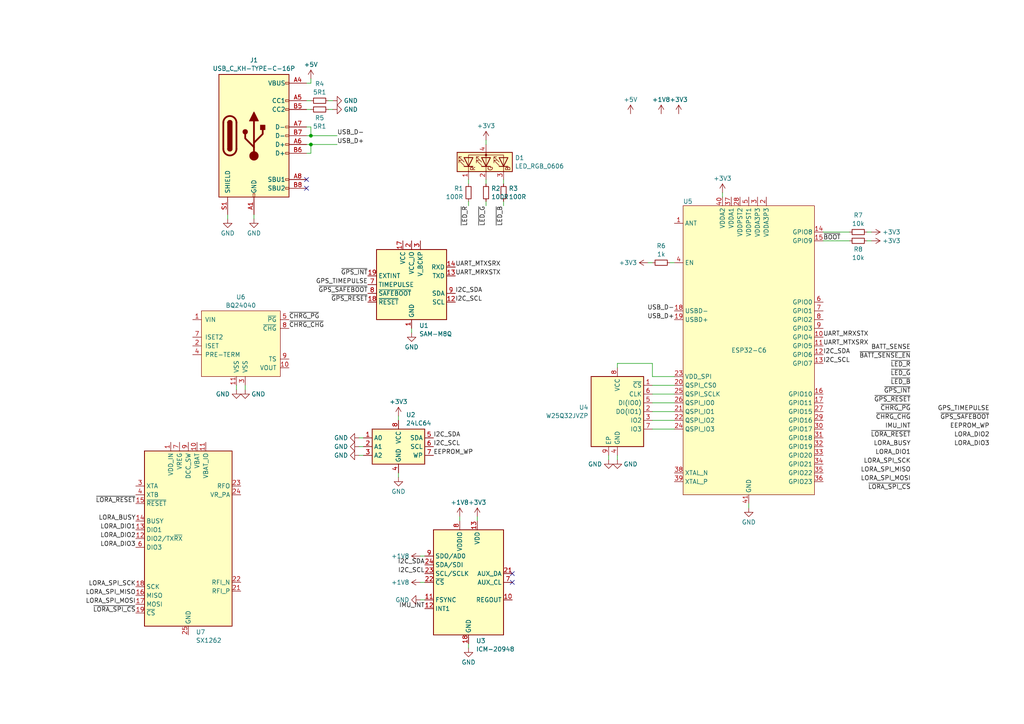
<source format=kicad_sch>
(kicad_sch (version 20230121) (generator eeschema)
  (paper "A4")
  (lib_symbols
    (symbol "Device:R_Small" (pin_numbers hide) (pin_names (offset 0.254) hide)
      (property "Reference" "R" (at 0.762 0.508 0))
      (property "Value" "R_Small" (at 0.762 -1.016 0))
      (symbol "R_Small_0_1"
        (rectangle (start -0.762 1.778) (end 0.762 -1.778) (stroke (width 0.2032)))
      )
      (symbol "R_Small_1_1"
        (pin passive line (at 0 2.54 270) (length 0.762) (name "~") (number "1"))
        (pin passive line (at 0 -2.54 90) (length 0.762) (name "~") (number "2"))
      )
    )
    (symbol "Memory_EEPROM:24LC64"
      (property "Reference" "U" (at -6.35 6.35 0))
      (property "Value" "24LC64" (at 1.27 6.35 0))
      (symbol "24LC64_1_1"
        (rectangle (start -7.62 5.08) (end 7.62 -5.08) (stroke (width 0.254)) (fill (type background)))
        (pin input line (at -10.16 2.54 0) (length 2.54) (name "A0") (number "1"))
        (pin input line (at -10.16 0 0) (length 2.54) (name "A1") (number "2"))
        (pin input line (at -10.16 -2.54 0) (length 2.54) (name "A2") (number "3"))
        (pin power_in line (at 0 -7.62 90) (length 2.54) (name "GND") (number "4"))
        (pin bidirectional line (at 10.16 2.54 180) (length 2.54) (name "SDA") (number "5"))
        (pin input line (at 10.16 0 180) (length 2.54) (name "SCL") (number "6"))
        (pin input line (at 10.16 -2.54 180) (length 2.54) (name "WP") (number "7"))
        (pin power_in line (at 0 7.62 270) (length 2.54) (name "VCC") (number "8"))
      )
    )
    (symbol "Memory_Flash:W25Q32JVZP"
      (property "Reference" "U" (at -6.35 11.43 0))
      (property "Value" "W25Q32JVZP" (at 7.62 11.43 0))
      (symbol "W25Q32JVZP_0_1"
        (rectangle (start -7.62 10.16) (end 7.62 -10.16) (stroke (width 0.254)) (fill (type background)))
      )
      (symbol "W25Q32JVZP_1_1"
        (pin input line (at -10.16 7.62 0) (length 2.54) (name "~{CS}") (number "1"))
        (pin bidirectional line (at -10.16 0 0) (length 2.54) (name "DO(IO1)") (number "2"))
        (pin bidirectional line (at -10.16 -2.54 0) (length 2.54) (name "IO2") (number "3"))
        (pin power_in line (at 0 -12.7 90) (length 2.54) (name "GND") (number "4"))
        (pin bidirectional line (at -10.16 2.54 0) (length 2.54) (name "DI(IO0)") (number "5"))
        (pin input line (at -10.16 5.08 0) (length 2.54) (name "CLK") (number "6"))
        (pin bidirectional line (at -10.16 -5.08 0) (length 2.54) (name "IO3") (number "7"))
        (pin power_in line (at 0 12.7 270) (length 2.54) (name "VCC") (number "8"))
        (pin passive line (at 2.54 -12.7 90) (length 2.54) (name "EP") (number "9"))
      )
    )
    (symbol "RF_GPS:SAM-M8Q"
      (property "Reference" "U" (at -8.89 11.43 0))
      (property "Value" "SAM-M8Q" (at 8.89 11.43 0))
      (symbol "SAM-M8Q_0_1"
        (rectangle (start -10.16 10.16) (end 10.16 -10.16) (stroke (width 0.254)) (fill (type background)))
      )
      (symbol "SAM-M8Q_1_1"
        (pin power_in line (at 0 -12.7 90) (length 2.54) (name "GND") (number "1"))
        (pin passive line (at 0 -12.7 90) (length 2.54) hide (name "GND") (number "10"))
        (pin passive line (at 0 -12.7 90) (length 2.54) hide (name "GND") (number "11"))
        (pin input line (at 12.7 -5.08 180) (length 2.54) (name "SCL") (number "12"))
        (pin output line (at 12.7 2.54 180) (length 2.54) (name "TXD") (number "13"))
        (pin input line (at 12.7 5.08 180) (length 2.54) (name "RXD") (number "14"))
        (pin passive line (at 0 -12.7 90) (length 2.54) hide (name "GND") (number "15"))
        (pin passive line (at 0 -12.7 90) (length 2.54) hide (name "GND") (number "16"))
        (pin power_in line (at -2.54 12.7 270) (length 2.54) (name "VCC") (number "17"))
        (pin input line (at -12.7 -5.08 0) (length 2.54) (name "~{RESET}") (number "18"))
        (pin input line (at -12.7 2.54 0) (length 2.54) (name "EXTINT") (number "19"))
        (pin power_in line (at 0 12.7 270) (length 2.54) (name "VCC_IO") (number "2"))
        (pin passive line (at 0 -12.7 90) (length 2.54) hide (name "GND") (number "20"))
        (pin power_in line (at 2.54 12.7 270) (length 2.54) (name "V_BCKP") (number "3"))
        (pin passive line (at 0 -12.7 90) (length 2.54) hide (name "GND") (number "4"))
        (pin passive line (at 0 -12.7 90) (length 2.54) hide (name "GND") (number "5"))
        (pin passive line (at 0 -12.7 90) (length 2.54) hide (name "GND") (number "6"))
        (pin output line (at -12.7 0 0) (length 2.54) (name "TIMEPULSE") (number "7"))
        (pin input line (at -12.7 -2.54 0) (length 2.54) (name "~{SAFEBOOT}") (number "8"))
        (pin bidirectional line (at 12.7 -2.54 180) (length 2.54) (name "SDA") (number "9"))
      )
    )
    (symbol "Sensor_Motion:ICM-20948"
      (property "Reference" "U" (at -11.43 16.51 0))
      (property "Value" "ICM-20948" (at 7.62 -16.51 0))
      (symbol "ICM-20948_0_1"
        (rectangle (start -10.16 15.24) (end 10.16 -15.24) (stroke (width 0.254)) (fill (type background)))
      )
      (symbol "ICM-20948_1_1"
        (pin no_connect line (at -10.16 12.7 0) (length 2.54) hide (name "NC") (number "1"))
        (pin passive line (at 12.7 -5.08 180) (length 2.54) (name "REGOUT") (number "10"))
        (pin input line (at -12.7 -5.08 0) (length 2.54) (name "FSYNC") (number "11"))
        (pin output line (at -12.7 -7.62 0) (length 2.54) (name "INT1") (number "12"))
        (pin power_in line (at 2.54 17.78 270) (length 2.54) (name "VDD") (number "13"))
        (pin no_connect line (at 10.16 7.62 180) (length 2.54) hide (name "NC") (number "14"))
        (pin no_connect line (at 10.16 5.08 180) (length 2.54) hide (name "NC") (number "15"))
        (pin no_connect line (at 10.16 -7.62 180) (length 2.54) hide (name "NC") (number "16"))
        (pin no_connect line (at 10.16 -10.16 180) (length 2.54) hide (name "NC") (number "17"))
        (pin power_in line (at 0 -17.78 90) (length 2.54) (name "GND") (number "18"))
        (pin no_connect line (at 10.16 -12.7 180) (length 2.54) hide (name "RESV") (number "19"))
        (pin no_connect line (at -10.16 10.16 0) (length 2.54) hide (name "NC") (number "2"))
        (pin passive line (at 0 -17.78 90) (length 2.54) hide (name "GND") (number "20"))
        (pin bidirectional line (at 12.7 2.54 180) (length 2.54) (name "AUX_DA") (number "21"))
        (pin input line (at -12.7 0 0) (length 2.54) (name "~{CS}") (number "22"))
        (pin input line (at -12.7 2.54 0) (length 2.54) (name "SCL/SCLK") (number "23"))
        (pin bidirectional line (at -12.7 5.08 0) (length 2.54) (name "SDA/SDI") (number "24"))
        (pin no_connect line (at -10.16 -2.54 0) (length 2.54) hide (name "NC") (number "3"))
        (pin no_connect line (at -10.16 -10.16 0) (length 2.54) hide (name "NC") (number "4"))
        (pin no_connect line (at -10.16 -12.7 0) (length 2.54) hide (name "NC") (number "5"))
        (pin no_connect line (at 10.16 10.16 180) (length 2.54) hide (name "NC") (number "6"))
        (pin output line (at 12.7 0 180) (length 2.54) (name "AUX_CL") (number "7"))
        (pin power_in line (at -2.54 17.78 270) (length 2.54) (name "VDDIO") (number "8"))
        (pin bidirectional line (at -12.7 7.62 0) (length 2.54) (name "SDO/AD0") (number "9"))
      )
    )
    (symbol "bicycle_tracker:BQ24040" (pin_names (offset 1.016))
      (property "Reference" "U" (at -10.16 10.16 0))
      (property "Value" "BQ24040" (at 0 0 0))
      (symbol "BQ24040_0_1"
        (rectangle (start -11.43 8.89) (end 11.43 -10.16) (fill (type background)))
      )
      (symbol "BQ24040_1_1"
        (pin input line (at -13.97 6.35 0) (length 2.54) (name "VIN") (number "1"))
        (pin output line (at 13.97 -7.62 180) (length 2.54) (name "VOUT") (number "10"))
        (pin power_in line (at -1.27 -12.7 90) (length 2.54) (name "VSS") (number "11"))
        (pin input line (at -13.97 -1.27 0) (length 2.54) (name "ISET") (number "2"))
        (pin power_in line (at 1.27 -12.7 90) (length 2.54) (name "VSS") (number "3"))
        (pin input line (at -13.97 -3.81 0) (length 2.54) (name "PRE-TERM") (number "4"))
        (pin open_collector line (at 13.97 6.35 180) (length 2.54) (name "~{PG}") (number "5"))
        (pin no_connect line (at 5.08 -12.7 90) (length 2.54) hide (name "NC") (number "6"))
        (pin input line (at -13.97 1.27 0) (length 2.54) (name "ISET2") (number "7"))
        (pin open_collector line (at 13.97 3.81 180) (length 2.54) (name "~{CHG}") (number "8"))
        (pin input line (at 13.97 -5.08 180) (length 2.54) (name "TS") (number "9"))
      )
    )
    (symbol "bicycle_tracker:ESP32-C6"
      (property "Reference" "U" (at -17.78 43.18 0))
      (property "Value" "ESP32-C6" (at 0 0 0))
      (symbol "ESP32-C6_0_0"
        (pin unspecified line (at -21.59 36.83 0) (length 2.54) (name "ANT") (number "1"))
        (pin bidirectional line (at 21.59 3.81 180) (length 2.54) (name "GPIO4") (number "10"))
        (pin bidirectional line (at 21.59 1.27 180) (length 2.54) (name "GPIO5") (number "11"))
        (pin bidirectional line (at 21.59 -1.27 180) (length 2.54) (name "GPIO6") (number "12"))
        (pin bidirectional line (at 21.59 -3.81 180) (length 2.54) (name "GPIO7") (number "13"))
        (pin bidirectional line (at 21.59 34.29 180) (length 2.54) (name "GPIO8") (number "14"))
        (pin bidirectional line (at 21.59 31.75 180) (length 2.54) (name "GPIO9") (number "15"))
        (pin bidirectional line (at 21.59 -12.7 180) (length 2.54) (name "GPIO10") (number "16"))
        (pin bidirectional line (at 21.59 -15.24 180) (length 2.54) (name "GPIO11") (number "17"))
        (pin bidirectional line (at -21.59 11.43 0) (length 2.54) (name "USBD-") (number "18"))
        (pin bidirectional line (at -21.59 8.89 0) (length 2.54) (name "USBD+") (number "19"))
        (pin power_in line (at 5.08 44.45 270) (length 2.54) (name "VDDA3P3") (number "2"))
        (pin power_out line (at -21.59 -7.62 0) (length 2.54) (name "VDD_SPI") (number "23"))
        (pin bidirectional line (at 21.59 -17.78 180) (length 2.54) (name "GPIO15") (number "27"))
        (pin power_in line (at -2.54 44.45 270) (length 2.54) (name "VDDPST2") (number "28"))
        (pin bidirectional line (at 21.59 -20.32 180) (length 2.54) (name "GPIO16") (number "29"))
        (pin power_in line (at 2.54 44.45 270) (length 2.54) (name "VDDA3P3") (number "3"))
        (pin bidirectional line (at 21.59 -22.86 180) (length 2.54) (name "GPIO17") (number "30"))
        (pin bidirectional line (at 21.59 -25.4 180) (length 2.54) (name "GPIO18") (number "31"))
        (pin bidirectional line (at 21.59 -27.94 180) (length 2.54) (name "GPIO19") (number "32"))
        (pin bidirectional line (at 21.59 -30.48 180) (length 2.54) (name "GPIO20") (number "33"))
        (pin bidirectional line (at 21.59 -33.02 180) (length 2.54) (name "GPIO21") (number "34"))
        (pin bidirectional line (at 21.59 -35.56 180) (length 2.54) (name "GPIO22") (number "35"))
        (pin bidirectional line (at 21.59 -38.1 180) (length 2.54) (name "GPIO23") (number "36"))
        (pin power_in line (at -5.08 44.45 270) (length 2.54) (name "VDDA1") (number "37"))
        (pin bidirectional line (at -21.59 -35.56 0) (length 2.54) (name "XTAL_N") (number "38"))
        (pin bidirectional line (at -21.59 -38.1 0) (length 2.54) (name "XTAL_P") (number "39"))
        (pin input line (at -21.59 25.4 0) (length 2.54) (name "EN") (number "4"))
        (pin power_in line (at -7.62 44.45 270) (length 2.54) (name "VDDA2") (number "40"))
        (pin power_in line (at 0 -44.45 90) (length 2.54) (name "GND") (number "41"))
        (pin power_in line (at 0 44.45 270) (length 2.54) (name "VDDPST1") (number "5"))
        (pin bidirectional line (at 21.59 13.97 180) (length 2.54) (name "GPIO0") (number "6"))
        (pin bidirectional line (at 21.59 11.43 180) (length 2.54) (name "GPIO1") (number "7"))
        (pin bidirectional line (at 21.59 8.89 180) (length 2.54) (name "GPIO2") (number "8"))
        (pin bidirectional line (at 21.59 6.35 180) (length 2.54) (name "GPIO3") (number "9"))
      )
      (symbol "ESP32-C6_1_0"
        (pin output line (at -21.59 -10.16 0) (length 2.54) (name "QSPI_CS0") (number "20"))
        (pin bidirectional line (at -21.59 -17.78 0) (length 2.54) (name "QSPI_IO1") (number "21"))
        (pin bidirectional line (at -21.59 -20.32 0) (length 2.54) (name "QSPI_IO2") (number "22"))
        (pin bidirectional line (at -21.59 -22.86 0) (length 2.54) (name "QSPI_IO3") (number "24"))
        (pin output line (at -21.59 -12.7 0) (length 2.54) (name "QSPI_SCLK") (number "25"))
        (pin bidirectional line (at -21.59 -15.24 0) (length 2.54) (name "QSPI_IO0") (number "26"))
      )
      (symbol "ESP32-C6_1_1"
        (rectangle (start -19.05 41.91) (end 19.05 -41.91) (fill (type background)))
      )
    )
    (symbol "bicycle_tracker:LED_RGB_0606" (pin_names (offset 0) hide)
      (property "Reference" "D" (at 0 9.398 0))
      (property "Value" "LED_RGB_0606" (at 0 -8.89 0))
      (symbol "LED_RGB_0606_0_0"
        (text "B" (at -1.905 -6.35 0) (effects (font (size 1.27 1.27))))
        (text "G" (at -1.905 -1.27 0) (effects (font (size 1.27 1.27))))
        (text "R" (at -1.905 3.81 0) (effects (font (size 1.27 1.27))))
      )
      (symbol "LED_RGB_0606_0_1"
        (polyline (pts (xy -1.27 -5.08) (xy -2.54 -5.08)))
        (polyline (pts (xy -1.27 -5.08) (xy 1.27 -5.08)))
        (polyline (pts (xy -1.27 -3.81) (xy -1.27 -6.35)) (stroke (width 0.254)))
        (polyline (pts (xy -1.27 0) (xy -2.54 0)))
        (polyline (pts (xy -1.27 1.27) (xy -1.27 -1.27)) (stroke (width 0.254)))
        (polyline (pts (xy -1.27 5.08) (xy -2.54 5.08)))
        (polyline (pts (xy -1.27 5.08) (xy 1.27 5.08)))
        (polyline (pts (xy -1.27 6.35) (xy -1.27 3.81)) (stroke (width 0.254)))
        (polyline (pts (xy 1.27 0) (xy -1.27 0)))
        (polyline (pts (xy 1.27 0) (xy 2.54 0)))
        (polyline (pts (xy -1.27 1.27) (xy -1.27 -1.27) (xy -1.27 -1.27)))
        (polyline (pts (xy -1.27 6.35) (xy -1.27 3.81) (xy -1.27 3.81)))
        (polyline (pts (xy 1.27 -5.08) (xy 2.032 -5.08) (xy 2.032 5.08) (xy 1.27 5.08)))
        (polyline (pts (xy 1.27 -3.81) (xy 1.27 -6.35) (xy -1.27 -5.08) (xy 1.27 -3.81)) (stroke (width 0.254)))
        (polyline (pts (xy 1.27 1.27) (xy 1.27 -1.27) (xy -1.27 0) (xy 1.27 1.27)) (stroke (width 0.254)))
        (polyline (pts (xy 1.27 6.35) (xy 1.27 3.81) (xy -1.27 5.08) (xy 1.27 6.35)) (stroke (width 0.254)))
        (polyline (pts (xy -1.016 -3.81) (xy 0.508 -2.286) (xy -0.254 -2.286) (xy 0.508 -2.286) (xy 0.508 -3.048)))
        (polyline (pts (xy -1.016 1.27) (xy 0.508 2.794) (xy -0.254 2.794) (xy 0.508 2.794) (xy 0.508 2.032)))
        (polyline (pts (xy -1.016 6.35) (xy 0.508 7.874) (xy -0.254 7.874) (xy 0.508 7.874) (xy 0.508 7.112)))
        (polyline (pts (xy 0 -3.81) (xy 1.524 -2.286) (xy 0.762 -2.286) (xy 1.524 -2.286) (xy 1.524 -3.048)))
        (polyline (pts (xy 0 1.27) (xy 1.524 2.794) (xy 0.762 2.794) (xy 1.524 2.794) (xy 1.524 2.032)))
        (polyline (pts (xy 0 6.35) (xy 1.524 7.874) (xy 0.762 7.874) (xy 1.524 7.874) (xy 1.524 7.112)))
        (rectangle (start 1.27 -1.27) (end 1.27 1.27))
        (rectangle (start 1.27 1.27) (end 1.27 1.27))
        (rectangle (start 1.27 3.81) (end 1.27 6.35))
        (rectangle (start 1.27 6.35) (end 1.27 6.35))
        (circle (center 2.032 0) (radius 0.254) (fill (type outline)))
        (rectangle (start 2.794 8.382) (end -2.794 -7.62) (stroke (width 0.254)) (fill (type background)))
      )
      (symbol "LED_RGB_0606_1_1"
        (pin passive line (at -5.08 5.08 0) (length 2.54) (name "RK") (number "1"))
        (pin passive line (at -5.08 0 0) (length 2.54) (name "GK") (number "2"))
        (pin passive line (at -5.08 -5.08 0) (length 2.54) (name "BK") (number "3"))
        (pin passive line (at 5.08 0 180) (length 2.54) (name "A") (number "4"))
      )
    )
    (symbol "bicycle_tracker:SX1262"
      (property "Reference" "U" (at -12.7 26.67 0))
      (property "Value" "SX1262" (at 0 0 0))
      (symbol "SX1262_0_0"
        (pin power_in line (at -5.08 27.94 270) (length 2.54) (name "VDD_IN") (number "1"))
        (pin power_in line (at 2.54 27.94 270) (length 2.54) (name "VBAT") (number "10"))
        (pin power_in line (at 5.08 27.94 270) (length 2.54) (name "VBAT_IO") (number "11"))
        (pin bidirectional line (at -15.24 0 0) (length 2.54) (name "DIO2/TX~{RX}") (number "12"))
        (pin bidirectional line (at -15.24 2.54 0) (length 2.54) (name "DIO1") (number "13"))
        (pin output line (at -15.24 5.08 0) (length 2.54) (name "BUSY") (number "14"))
        (pin input line (at -15.24 10.16 0) (length 2.54) (name "~{RESET}") (number "15"))
        (pin output line (at -15.24 -16.51 0) (length 2.54) (name "MISO") (number "16"))
        (pin input line (at -15.24 -19.05 0) (length 2.54) (name "MOSI") (number "17"))
        (pin input line (at -15.24 -13.97 0) (length 2.54) (name "SCK") (number "18"))
        (pin input line (at -15.24 -21.59 0) (length 2.54) (name "~{CS}") (number "19"))
        (pin power_in line (at 0 -27.94 90) (length 2.54) hide (name "GND") (number "2"))
        (pin power_in line (at 0 -27.94 90) (length 2.54) hide (name "GND") (number "20"))
        (pin input line (at 15.24 -15.24 180) (length 2.54) (name "RFI_P") (number "21"))
        (pin input line (at 15.24 -12.7 180) (length 2.54) (name "RFI_N") (number "22"))
        (pin output line (at 15.24 15.24 180) (length 2.54) (name "RFO") (number "23"))
        (pin power_out line (at 15.24 12.7 180) (length 2.54) (name "VR_PA") (number "24"))
        (pin power_in line (at 0 -27.94 90) (length 2.54) (name "GND") (number "25"))
        (pin input line (at -15.24 15.24 0) (length 2.54) (name "XTA") (number "3"))
        (pin output line (at -15.24 12.7 0) (length 2.54) (name "XTB") (number "4"))
        (pin power_in line (at 0 -27.94 90) (length 2.54) hide (name "GND") (number "5"))
        (pin bidirectional line (at -15.24 -2.54 0) (length 2.54) (name "DIO3") (number "6"))
        (pin power_out line (at -2.54 27.94 270) (length 2.54) (name "VREG") (number "7"))
        (pin power_in line (at 0 -27.94 90) (length 2.54) hide (name "GND") (number "8"))
        (pin power_out line (at 0 27.94 270) (length 2.54) (name "DCC_SW") (number "9"))
      )
      (symbol "SX1262_0_1"
        (rectangle (start -12.7 25.4) (end 12.7 -25.4) (stroke (width 0.254)) (fill (type background)))
      )
    )
    (symbol "plentify_symbols:USB_C_KH-TYPE-C-16P" (pin_names (offset 1.016))
      (property "Reference" "J" (at -10.16 19.05 0))
      (property "Value" "USB_C_KH-TYPE-C-16P" (at 19.05 19.05 0))
      (symbol "USB_C_KH-TYPE-C-16P_0_0"
        (rectangle (start -0.254 -17.78) (end 0.254 -16.764))
        (rectangle (start 10.16 -14.986) (end 9.144 -15.494))
        (rectangle (start 10.16 -12.446) (end 9.144 -12.954))
        (rectangle (start 10.16 -4.826) (end 9.144 -5.334))
        (rectangle (start 10.16 -2.286) (end 9.144 -2.794))
        (rectangle (start 10.16 0.254) (end 9.144 -0.254))
        (rectangle (start 10.16 2.794) (end 9.144 2.286))
        (rectangle (start 10.16 7.874) (end 9.144 7.366))
        (rectangle (start 10.16 10.414) (end 9.144 9.906))
        (rectangle (start 10.16 15.494) (end 9.144 14.986))
      )
      (symbol "USB_C_KH-TYPE-C-16P_0_1"
        (rectangle (start -10.16 17.78) (end 10.16 -17.78) (stroke (width 0.254)) (fill (type background)))
        (arc (start -8.89 -3.81) (mid -6.985 -5.7067) (end -5.08 -3.81) (stroke (width 0.508)))
        (arc (start -7.62 -3.81) (mid -6.985 -4.4423) (end -6.35 -3.81) (stroke (width 0.254)))
        (arc (start -7.62 -3.81) (mid -6.985 -4.4423) (end -6.35 -3.81) (stroke (width 0.254)) (fill (type outline)))
        (rectangle (start -7.62 -3.81) (end -6.35 3.81) (stroke (width 0.254)) (fill (type outline)))
        (arc (start -6.35 3.81) (mid -6.985 4.4423) (end -7.62 3.81) (stroke (width 0.254)))
        (arc (start -6.35 3.81) (mid -6.985 4.4423) (end -7.62 3.81) (stroke (width 0.254)) (fill (type outline)))
        (arc (start -5.08 3.81) (mid -6.985 5.7067) (end -8.89 3.81) (stroke (width 0.508)))
        (circle (center -2.54 1.143) (radius 0.635) (stroke (width 0.254)) (fill (type outline)))
        (circle (center 0 -5.842) (radius 1.27) (fill (type outline)))
        (polyline (pts (xy -8.89 -3.81) (xy -8.89 3.81)) (stroke (width 0.508)))
        (polyline (pts (xy -5.08 3.81) (xy -5.08 -3.81)) (stroke (width 0.508)))
        (polyline (pts (xy 0 -5.842) (xy 0 4.318)) (stroke (width 0.508)))
        (polyline (pts (xy 0 -3.302) (xy -2.54 -0.762) (xy -2.54 0.508)) (stroke (width 0.508)))
        (polyline (pts (xy 0 -2.032) (xy 2.54 0.508) (xy 2.54 1.778)) (stroke (width 0.508)))
        (polyline (pts (xy -1.27 4.318) (xy 0 6.858) (xy 1.27 4.318) (xy -1.27 4.318)) (stroke (width 0.254)) (fill (type outline)))
        (rectangle (start 1.905 1.778) (end 3.175 3.048) (stroke (width 0.254)) (fill (type outline)))
      )
      (symbol "USB_C_KH-TYPE-C-16P_1_1"
        (pin passive line (at 0 -22.86 90) (length 5.08) (name "GND") (number "A1"))
        (pin passive line (at 0 -22.86 90) (length 5.08) hide (name "GND") (number "A12"))
        (pin passive line (at 15.24 15.24 180) (length 5.08) (name "VBUS") (number "A4"))
        (pin bidirectional line (at 15.24 10.16 180) (length 5.08) (name "CC1") (number "A5"))
        (pin bidirectional line (at 15.24 -2.54 180) (length 5.08) (name "D+") (number "A6"))
        (pin bidirectional line (at 15.24 2.54 180) (length 5.08) (name "D-") (number "A7"))
        (pin bidirectional line (at 15.24 -12.7 180) (length 5.08) (name "SBU1") (number "A8"))
        (pin passive line (at 15.24 15.24 180) (length 5.08) hide (name "VBUS") (number "A9"))
        (pin passive line (at 0 -22.86 90) (length 5.08) hide (name "GND") (number "B1"))
        (pin passive line (at 0 -22.86 90) (length 5.08) hide (name "GND") (number "B12"))
        (pin passive line (at 15.24 15.24 180) (length 5.08) hide (name "VBUS") (number "B4"))
        (pin bidirectional line (at 15.24 7.62 180) (length 5.08) (name "CC2") (number "B5"))
        (pin bidirectional line (at 15.24 -5.08 180) (length 5.08) (name "D+") (number "B6"))
        (pin bidirectional line (at 15.24 0 180) (length 5.08) (name "D-") (number "B7"))
        (pin bidirectional line (at 15.24 -15.24 180) (length 5.08) (name "SBU2") (number "B8"))
        (pin passive line (at 15.24 15.24 180) (length 5.08) hide (name "VBUS") (number "B9"))
        (pin passive line (at -7.62 -22.86 90) (length 5.08) (name "SHIELD") (number "S1"))
      )
    )
    (symbol "power:+1V8" (power) (pin_names (offset 0))
      (property "Value" "+1V8" (at 0 3.556 0))
      (symbol "+1V8_0_1"
        (polyline (pts (xy -0.762 1.27) (xy 0 2.54)))
        (polyline (pts (xy 0 0) (xy 0 2.54)))
        (polyline (pts (xy 0 2.54) (xy 0.762 1.27)))
      )
      (symbol "+1V8_1_1"
        (pin power_in line (at 0 0 90) (length 0) hide (name "+1V8") (number "1"))
      )
    )
    (symbol "power:+3V3" (power) (pin_names (offset 0))
      (property "Value" "+3V3" (at 0 3.556 0))
      (symbol "+3V3_0_1"
        (polyline (pts (xy -0.762 1.27) (xy 0 2.54)))
        (polyline (pts (xy 0 0) (xy 0 2.54)))
        (polyline (pts (xy 0 2.54) (xy 0.762 1.27)))
      )
      (symbol "+3V3_1_1"
        (pin power_in line (at 0 0 90) (length 0) hide (name "+3V3") (number "1"))
      )
    )
    (symbol "power:+5V" (power) (pin_names (offset 0))
      (property "Value" "+5V" (at 0 3.556 0))
      (symbol "+5V_0_1"
        (polyline (pts (xy -0.762 1.27) (xy 0 2.54)))
        (polyline (pts (xy 0 0) (xy 0 2.54)))
        (polyline (pts (xy 0 2.54) (xy 0.762 1.27)))
      )
      (symbol "+5V_1_1"
        (pin power_in line (at 0 0 90) (length 0) hide (name "+5V") (number "1"))
      )
    )
    (symbol "power:GND" (power) (pin_names (offset 0))
      (property "Value" "GND" (at 0 -3.81 0))
      (symbol "GND_0_1"
        (polyline (pts (xy 0 0) (xy 0 -1.27) (xy 1.27 -1.27) (xy 0 -2.54) (xy -1.27 -1.27) (xy 0 -1.27)))
      )
      (symbol "GND_1_1"
        (pin power_in line (at 0 0 270) (length 0) hide (name "GND") (number "1"))
      )
    )
  )
  (junction (at 90.17 41.91))
  (junction (at 90.17 39.37))
  (no_connect (at 88.9 54.61))
  (no_connect (at 88.9 52.07))
  (no_connect (at 148.59 168.91))
  (no_connect (at 148.59 166.37))
  (wire (pts (xy 104.14 129.54) (xy 105.41 129.54)))
  (wire (pts (xy 146.05 58.42) (xy 146.05 59.69)))
  (wire (pts (xy 135.89 52.07) (xy 135.89 53.34)))
  (wire (pts (xy 90.17 41.91) (xy 97.79 41.91)))
  (wire (pts (xy 179.07 105.41) (xy 179.07 106.68)))
  (wire (pts (xy 179.07 105.41) (xy 189.23 105.41)))
  (wire (pts (xy 115.57 120.65) (xy 115.57 121.92)))
  (wire (pts (xy 189.23 114.3) (xy 195.58 114.3)))
  (wire (pts (xy 104.14 127) (xy 105.41 127)))
  (wire (pts (xy 140.97 52.07) (xy 140.97 53.34)))
  (wire (pts (xy 140.97 58.42) (xy 140.97 59.69)))
  (wire (pts (xy 90.17 41.91) (xy 90.17 44.45)))
  (wire (pts (xy 217.17 146.05) (xy 217.17 147.32)))
  (wire (pts (xy 140.97 40.64) (xy 140.97 41.91)))
  (wire (pts (xy 66.04 62.23) (xy 66.04 63.5)))
  (wire (pts (xy 90.17 39.37) (xy 97.79 39.37)))
  (wire (pts (xy 121.92 168.91) (xy 123.19 168.91)))
  (wire (pts (xy 251.46 67.31) (xy 252.73 67.31)))
  (wire (pts (xy 189.23 119.38) (xy 195.58 119.38)))
  (wire (pts (xy 187.96 76.2) (xy 189.23 76.2)))
  (wire (pts (xy 194.31 76.2) (xy 195.58 76.2)))
  (wire (pts (xy 179.07 132.08) (xy 179.07 133.35)))
  (wire (pts (xy 189.23 116.84) (xy 195.58 116.84)))
  (wire (pts (xy 238.76 69.85) (xy 246.38 69.85)))
  (wire (pts (xy 104.14 132.08) (xy 105.41 132.08)))
  (wire (pts (xy 238.76 67.31) (xy 246.38 67.31)))
  (wire (pts (xy 189.23 105.41) (xy 189.23 109.22)))
  (wire (pts (xy 121.92 161.29) (xy 123.19 161.29)))
  (wire (pts (xy 88.9 39.37) (xy 90.17 39.37)))
  (wire (pts (xy 88.9 24.13) (xy 90.17 24.13)))
  (wire (pts (xy 251.46 69.85) (xy 252.73 69.85)))
  (wire (pts (xy 88.9 29.21) (xy 90.17 29.21)))
  (wire (pts (xy 68.58 111.76) (xy 68.58 113.03)))
  (wire (pts (xy 115.57 137.16) (xy 115.57 138.43)))
  (wire (pts (xy 73.66 62.23) (xy 73.66 63.5)))
  (wire (pts (xy 88.9 36.83) (xy 90.17 36.83)))
  (wire (pts (xy 189.23 111.76) (xy 195.58 111.76)))
  (wire (pts (xy 88.9 44.45) (xy 90.17 44.45)))
  (wire (pts (xy 135.89 58.42) (xy 135.89 59.69)))
  (wire (pts (xy 189.23 109.22) (xy 195.58 109.22)))
  (wire (pts (xy 123.19 173.99) (xy 121.92 173.99)))
  (wire (pts (xy 90.17 22.86) (xy 90.17 24.13)))
  (wire (pts (xy 119.38 95.25) (xy 119.38 96.52)))
  (wire (pts (xy 88.9 41.91) (xy 90.17 41.91)))
  (wire (pts (xy 176.53 132.08) (xy 176.53 133.35)))
  (wire (pts (xy 95.25 29.21) (xy 96.52 29.21)))
  (wire (pts (xy 209.55 55.88) (xy 209.55 57.15)))
  (wire (pts (xy 138.43 149.86) (xy 138.43 151.13)))
  (wire (pts (xy 133.35 149.86) (xy 133.35 151.13)))
  (wire (pts (xy 135.89 186.69) (xy 135.89 187.96)))
  (wire (pts (xy 88.9 31.75) (xy 90.17 31.75)))
  (wire (pts (xy 95.25 31.75) (xy 96.52 31.75)))
  (wire (pts (xy 189.23 121.92) (xy 195.58 121.92)))
  (wire (pts (xy 189.23 124.46) (xy 195.58 124.46)))
  (wire (pts (xy 71.12 111.76) (xy 71.12 113.03)))
  (wire (pts (xy 90.17 36.83) (xy 90.17 39.37)))
  (wire (pts (xy 146.05 52.07) (xy 146.05 53.34)))
  (label "~{LED_R}" (at 264.16 106.68 180))
  (label "LORA_DIO1" (at 39.37 153.67 180))
  (label "LORA_SPI_SCK" (at 264.16 134.62 180))
  (label "~{LED_B}" (at 146.05 59.69 270))
  (label "~{LED_G}" (at 264.16 109.22 180))
  (label "UART_MTXSRX" (at 132.08 77.47 0))
  (label "~{CHRG_CHG}" (at 83.82 95.25 0))
  (label "I2C_SCL" (at 125.73 129.54 0))
  (label "~{LED_G}" (at 140.97 59.69 270))
  (label "~{CHRG_CHG}" (at 264.16 121.92 180))
  (label "~{GPS_SAFEBOOT}" (at 106.68 85.09 180))
  (label "USB_D-" (at 97.79 39.37 0))
  (label "~{LORA_RESET}" (at 264.16 127 180))
  (label "LORA_DIO2" (at 287.02 127 180))
  (label "UART_MTXSRX" (at 238.76 100.33 0))
  (label "LORA_DIO3" (at 39.37 158.75 180))
  (label "BATT_SENSE" (at 264.16 101.6 180))
  (label "LORA_DIO1" (at 264.16 132.08 180))
  (label "GPS_TIMEPULSE" (at 106.68 82.55 180))
  (label "I2C_SDA" (at 125.73 127 0))
  (label "IMU_INT" (at 123.19 176.53 180))
  (label "~{GPS_INT}" (at 264.16 114.3 180))
  (label "LORA_BUSY" (at 39.37 151.13 180))
  (label "I2C_SDA" (at 123.19 163.83 180))
  (label "LORA_DIO3" (at 287.02 129.54 180))
  (label "~{GPS_RESET}" (at 264.16 116.84 180))
  (label "~{LORA_SPI_CS}" (at 264.16 142.24 180))
  (label "I2C_SCL" (at 123.19 166.37 180))
  (label "LORA_SPI_MOSI" (at 264.16 139.7 180))
  (label "~{LORA_RESET}" (at 39.37 146.05 180))
  (label "LORA_SPI_MISO" (at 264.16 137.16 180))
  (label "GPS_TIMEPULSE" (at 287.02 119.38 180))
  (label "UART_MRXSTX" (at 132.08 80.01 0))
  (label "~{GPS_RESET}" (at 106.68 87.63 180))
  (label "USB_D+" (at 97.79 41.91 0))
  (label "EEPROM_WP" (at 125.73 132.08 0))
  (label "~{BATT_SENSE_EN}" (at 264.16 104.14 180))
  (label "USB_D+" (at 195.58 92.71 180))
  (label "IMU_INT" (at 264.16 124.46 180))
  (label "UART_MRXSTX" (at 238.76 97.79 0))
  (label "I2C_SDA" (at 132.08 85.09 0))
  (label "~{CHRG_PG}" (at 264.16 119.38 180))
  (label "~{GPS_INT}" (at 106.68 80.01 180))
  (label "USB_D-" (at 195.58 90.17 180))
  (label "LORA_SPI_MISO" (at 39.37 172.72 180))
  (label "LORA_DIO2" (at 39.37 156.21 180))
  (label "I2C_SCL" (at 132.08 87.63 0))
  (label "I2C_SCL" (at 238.76 105.41 0))
  (label "~{CHRG_PG}" (at 83.82 92.71 0))
  (label "LORA_SPI_MOSI" (at 39.37 175.26 180))
  (label "LORA_SPI_SCK" (at 39.37 170.18 180))
  (label "~{GPS_SAFEBOOT}" (at 287.02 121.92 180))
  (label "~{LED_B}" (at 264.16 111.76 180))
  (label "LORA_BUSY" (at 264.16 129.54 180))
  (label "~{BOOT}" (at 238.76 69.85 0))
  (label "~{LED_R}" (at 135.89 59.69 270))
  (label "EEPROM_WP" (at 287.02 124.46 180))
  (label "~{LORA_SPI_CS}" (at 39.37 177.8 180))
  (label "I2C_SDA" (at 238.76 102.87 0))
  (symbol (lib_id "Device:R_Small") (at 146.05 55.88 0) (unit 1)
    (property "Reference" "R3" (at 147.5486 54.6679 0) (effects (justify left)))
    (property "Value" "100R" (at 147.5486 57.0921 0) (effects (justify left)))
  )
  (symbol (lib_id "power:GND") (at 68.58 113.03 0) (unit 1)
    (property "Reference" "#PWR07" (effects hide))
    (property "Value" "GND" (at 66.6751 114.3 0) (effects (justify right)))
  )
  (symbol (lib_id "power:GND") (at 119.38 96.52 0) (unit 1)
    (property "Reference" "#PWR05" (effects hide))
    (property "Value" "GND" (at 119.38 100.6531 0))
  )
  (symbol (lib_id "power:+3V3") (at 138.43 149.86 0) (unit 1)
    (property "Reference" "#PWR015" (effects hide))
    (property "Value" "+3V3" (at 138.43 145.7269 0))
  )
  (symbol (lib_id "bicycle_tracker:LED_RGB_0606") (at 140.97 46.99 90) (unit 1)
    (property "Reference" "D1" (at 149.352 45.7779 90) (effects (justify right)))
    (property "Value" "LED_RGB_0606" (at 149.352 48.2021 90) (effects (justify right)))
    (property "Footprint" "bicycle_tracker:LED_0606" (effects hide))
    (property "Datasheet" "https://everlightamericas.com/index.php?controller=attachment&id_attachment=2426" (effects hide))
    (property "MPN" "EAST1616RGBB2" (effects hide))
  )
  (symbol (lib_id "power:+1V8") (at 191.77 33.02 0) (unit 1)
    (property "Reference" "#PWR018" (effects hide))
    (property "Value" "+1V8" (at 191.77 28.8869 0))
  )
  (symbol (lib_id "Device:R_Small") (at 191.77 76.2 90) (unit 1)
    (property "Reference" "R6" (at 191.77 71.3191 90))
    (property "Value" "1k" (at 191.77 73.7433 90))
  )
  (symbol (lib_id "power:GND") (at 121.92 173.99 270) (unit 1)
    (property "Reference" "#PWR030" (effects hide))
    (property "Value" "GND" (at 118.7451 173.99 90) (effects (justify right)))
  )
  (symbol (lib_id "bicycle_tracker:SX1262") (at 54.61 156.21 0) (unit 1)
    (property "Reference" "U7" (at 56.8041 183.3301 0) (effects (justify left)))
    (property "Value" "SX1262" (at 56.8041 185.7543 0) (effects (justify left)))
    (property "Footprint" "Package_DFN_QFN:QFN-24-1EP_4x4mm_P0.5mm_EP2.7x2.7mm" (effects hide))
    (property "Datasheet" "https://semtech.my.salesforce.com/sfc/p/#E0000000JelG/a/2R000000Un7F/yT.fKdAr9ZAo3cJLc4F2cBdUsMftpT2vsOICP7NmvMo" (effects hide))
    (property "MPN" "SX1262IMLTRT" (effects hide))
  )
  (symbol (lib_id "power:+3V3") (at 187.96 76.2 90) (unit 1)
    (property "Reference" "#PWR027" (effects hide))
    (property "Value" "+3V3" (at 184.785 76.2 90) (effects (justify left)))
  )
  (symbol (lib_id "power:GND") (at 104.14 129.54 270) (unit 1)
    (property "Reference" "#PWR010" (effects hide))
    (property "Value" "GND" (at 100.9651 129.54 90) (effects (justify right)))
  )
  (symbol (lib_id "power:+3V3") (at 252.73 67.31 270) (unit 1)
    (property "Reference" "#PWR028" (effects hide))
    (property "Value" "+3V3" (at 255.905 67.31 90) (effects (justify left)))
  )
  (symbol (lib_id "power:GND") (at 104.14 132.08 270) (unit 1)
    (property "Reference" "#PWR09" (effects hide))
    (property "Value" "GND" (at 100.9651 132.08 90) (effects (justify right)))
  )
  (symbol (lib_id "power:GND") (at 217.17 147.32 0) (unit 1)
    (property "Reference" "#PWR03" (effects hide))
    (property "Value" "GND" (at 217.17 151.4531 0))
  )
  (symbol (lib_id "bicycle_tracker:BQ24040") (at 69.85 99.06 0) (unit 1)
    (property "Reference" "U6" (at 69.85 86.1527 0))
    (property "Value" "BQ24040" (at 69.85 88.5769 0))
    (property "Footprint" "bicycle_tracker:PWSON-N10-2x2" (effects hide))
    (property "Datasheet" "http://www.ti.com/lit/ds/symlink/bq24041.pdf" (effects hide))
    (property "MPN" "BQ24040DSQR" (effects hide))
  )
  (symbol (lib_id "Device:R_Small") (at 92.71 31.75 90) (unit 1)
    (property "Reference" "R5" (at 92.71 34.2067 90))
    (property "Value" "5R1" (at 92.71 36.6309 90))
  )
  (symbol (lib_id "power:GND") (at 71.12 113.03 0) (unit 1)
    (property "Reference" "#PWR08" (effects hide))
    (property "Value" "GND" (at 74.93 114.3 0))
  )
  (symbol (lib_id "power:+5V") (at 90.17 22.86 0) (unit 1)
    (property "Reference" "#PWR023" (effects hide))
    (property "Value" "+5V" (at 90.17 18.7269 0))
  )
  (symbol (lib_id "Device:R_Small") (at 140.97 55.88 0) (unit 1)
    (property "Reference" "R2" (at 142.4686 54.6679 0) (effects (justify left)))
    (property "Value" "100R" (at 142.4686 57.0921 0) (effects (justify left)))
  )
  (symbol (lib_id "power:+1V8") (at 121.92 161.29 90) (unit 1)
    (property "Reference" "#PWR013" (effects hide))
    (property "Value" "+1V8" (at 118.745 161.29 90) (effects (justify left)))
  )
  (symbol (lib_id "power:GND") (at 73.66 63.5 0) (unit 1)
    (property "Reference" "#PWR026" (effects hide))
    (property "Value" "GND" (at 73.66 67.6331 0))
  )
  (symbol (lib_id "Device:R_Small") (at 248.92 69.85 90) (unit 1)
    (property "Reference" "R8" (at 248.92 72.3067 90))
    (property "Value" "10k" (at 248.92 74.7309 90))
  )
  (symbol (lib_id "Sensor_Motion:ICM-20948") (at 135.89 168.91 0) (unit 1)
    (property "Reference" "U3" (at 138.0841 185.8701 0) (effects (justify left)))
    (property "Value" "ICM-20948" (at 138.0841 188.2943 0) (effects (justify left)))
    (property "Footprint" "Sensor_Motion:InvenSense_QFN-24_3x3mm_P0.4mm" (effects hide))
    (property "Datasheet" "http://www.invensense.com/wp-content/uploads/2016/06/DS-000189-ICM-20948-v1.3.pdf" (effects hide))
  )
  (symbol (lib_id "Memory_EEPROM:24LC64") (at 115.57 129.54 0) (unit 1)
    (property "Reference" "U2" (at 117.7641 120.3157 0) (effects (justify left)))
    (property "Value" "24LC64" (at 117.7641 122.7399 0) (effects (justify left)))
    (property "Datasheet" "http://ww1.microchip.com/downloads/en/DeviceDoc/21189f.pdf" (effects hide))
  )
  (symbol (lib_id "Device:R_Small") (at 248.92 67.31 90) (unit 1)
    (property "Reference" "R7" (at 248.92 62.4291 90))
    (property "Value" "10k" (at 248.92 64.8533 90))
  )
  (symbol (lib_id "power:GND") (at 66.04 63.5 0) (unit 1)
    (property "Reference" "#PWR025" (effects hide))
    (property "Value" "GND" (at 66.04 67.6331 0))
  )
  (symbol (lib_id "power:GND") (at 96.52 29.21 90) (unit 1)
    (property "Reference" "#PWR021" (effects hide))
    (property "Value" "GND" (at 99.695 29.21 90) (effects (justify right)))
  )
  (symbol (lib_id "power:+3V3") (at 115.57 120.65 0) (unit 1)
    (property "Reference" "#PWR016" (effects hide))
    (property "Value" "+3V3" (at 115.57 116.5169 0))
  )
  (symbol (lib_id "bicycle_tracker:ESP32-C6") (at 217.17 101.6 0) (unit 1)
    (property "Reference" "U5" (at 198.12 58.42 0) (effects (justify left)))
    (property "Value" "ESP32-C6" (at 212.09 101.6 0) (effects (justify left)))
    (property "Footprint" "bicycle_tracker:QFN-40-1EP_5x5mm_P0.4mm_EP3.3x3.3mm" (effects hide))
    (property "Datasheet" "https://www.espressif.com/sites/default/files/documentation/esp32-c6_datasheet_en.pdf" (effects hide))
  )
  (symbol (lib_id "plentify_symbols:USB_C_KH-TYPE-C-16P") (at 73.66 39.37 0) (unit 1)
    (property "Reference" "J1" (at 73.66 17.4457 0))
    (property "Value" "USB_C_KH-TYPE-C-16P" (at 73.66 19.8699 0))
    (property "Footprint" "plentify_footprints:USB_C_Receptacle_KH-TYPE-C-16P" (effects hide))
    (property "Datasheet" "https://datasheet.lcsc.com/lcsc/2009111434_Shenzhen-Kinghelm-Elec-KH-TYPE-C-16P_C709357.pdf" (effects hide))
    (property "SKU" "CON-SMD-0018" (effects hide))
    (property "MPN" "KH-TYPE-C-16P" (effects hide))
  )
  (symbol (lib_id "power:GND") (at 176.53 133.35 0) (unit 1)
    (property "Reference" "#PWR02" (effects hide))
    (property "Value" "GND" (at 174.6251 134.62 0) (effects (justify right)))
  )
  (symbol (lib_id "Memory_Flash:W25Q32JVZP") (at 179.07 119.38 0) (mirror y) (unit 1)
    (property "Reference" "U4" (at 170.688 118.1679 0) (effects (justify left)))
    (property "Value" "W25Q32JVZP" (at 170.688 120.5921 0) (effects (justify left)))
    (property "Footprint" "Package_SON:WSON-8-1EP_6x5mm_P1.27mm_EP3.4x4.3mm" (effects hide))
    (property "Datasheet" "http://www.winbond.com/resource-files/w25q32jv%20revg%2003272018%20plus.pdf" (effects hide))
  )
  (symbol (lib_id "power:GND") (at 135.89 187.96 0) (unit 1)
    (property "Reference" "#PWR06" (effects hide))
    (property "Value" "GND" (at 135.89 192.0931 0))
  )
  (symbol (lib_id "power:GND") (at 96.52 31.75 90) (unit 1)
    (property "Reference" "#PWR022" (effects hide))
    (property "Value" "GND" (at 99.695 31.75 90) (effects (justify right)))
  )
  (symbol (lib_id "power:+1V8") (at 133.35 149.86 0) (unit 1)
    (property "Reference" "#PWR012" (effects hide))
    (property "Value" "+1V8" (at 133.35 145.7269 0))
  )
  (symbol (lib_id "power:GND") (at 115.57 138.43 0) (unit 1)
    (property "Reference" "#PWR04" (effects hide))
    (property "Value" "GND" (at 115.57 142.5631 0))
  )
  (symbol (lib_id "power:GND") (at 179.07 133.35 0) (unit 1)
    (property "Reference" "#PWR01" (effects hide))
    (property "Value" "GND" (at 182.88 134.62 0))
  )
  (symbol (lib_id "power:+3V3") (at 209.55 55.88 0) (unit 1)
    (property "Reference" "#PWR017" (effects hide))
    (property "Value" "+3V3" (at 209.55 51.7469 0))
  )
  (symbol (lib_id "Device:R_Small") (at 92.71 29.21 90) (unit 1)
    (property "Reference" "R4" (at 92.71 24.3291 90))
    (property "Value" "5R1" (at 92.71 26.7533 90))
  )
  (symbol (lib_id "power:+1V8") (at 121.92 168.91 90) (unit 1)
    (property "Reference" "#PWR014" (effects hide))
    (property "Value" "+1V8" (at 118.745 168.91 90) (effects (justify left)))
  )
  (symbol (lib_id "power:+3V3") (at 196.85 33.02 0) (unit 1)
    (property "Reference" "#PWR019" (effects hide))
    (property "Value" "+3V3" (at 196.85 28.8869 0))
  )
  (symbol (lib_id "power:+3V3") (at 252.73 69.85 270) (unit 1)
    (property "Reference" "#PWR029" (effects hide))
    (property "Value" "+3V3" (at 255.905 69.85 90) (effects (justify left)))
  )
  (symbol (lib_id "Device:R_Small") (at 135.89 55.88 0) (unit 1)
    (property "Reference" "R1" (at 134.3915 54.6679 0) (effects (justify right)))
    (property "Value" "100R" (at 134.3915 57.0921 0) (effects (justify right)))
  )
  (symbol (lib_id "power:+5V") (at 182.88 33.02 0) (unit 1)
    (property "Reference" "#PWR020" (effects hide))
    (property "Value" "+5V" (at 182.88 28.8869 0))
  )
  (symbol (lib_id "RF_GPS:SAM-M8Q") (at 119.38 82.55 0) (unit 1)
    (property "Reference" "U1" (at 121.5741 94.4301 0) (effects (justify left)))
    (property "Value" "SAM-M8Q" (at 121.5741 96.8543 0) (effects (justify left)))
    (property "Footprint" "RF_GPS:ublox_SAM-M8Q" (effects hide))
    (property "Datasheet" "https://www.u-blox.com/sites/default/files/SAM-M8Q_DataSheet_%28UBX-16012619%29.pdf" (effects hide))
  )
  (symbol (lib_id "power:GND") (at 104.14 127 270) (unit 1)
    (property "Reference" "#PWR011" (effects hide))
    (property "Value" "GND" (at 100.9651 127 90) (effects (justify right)))
  )
  (symbol (lib_id "power:+3V3") (at 140.97 40.64 0) (unit 1)
    (property "Reference" "#PWR024" (effects hide))
    (property "Value" "+3V3" (at 140.97 36.5069 0))
  )
)
</source>
